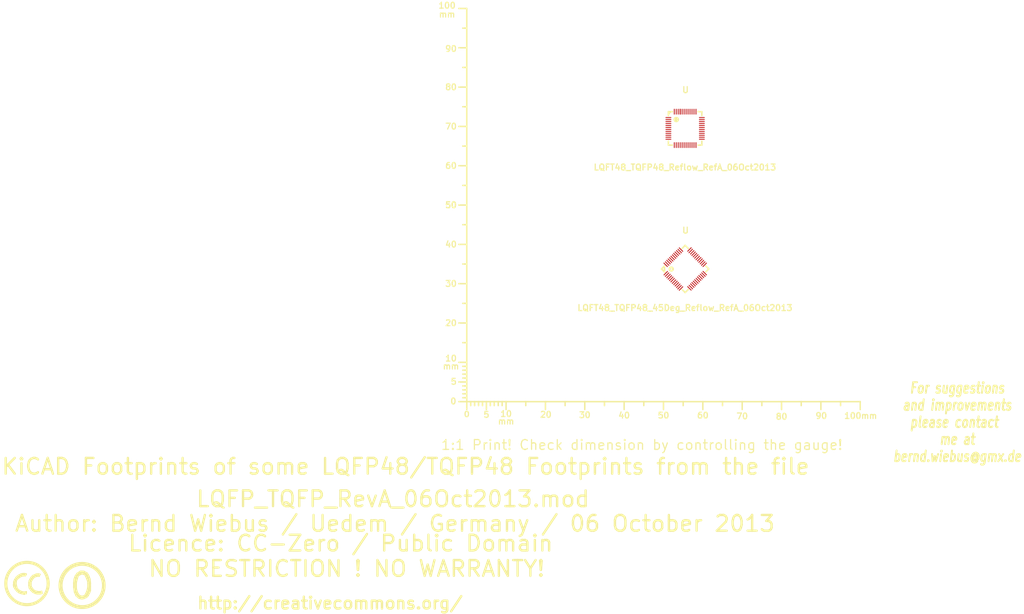
<source format=kicad_pcb>
(kicad_pcb (version 3) (host pcbnew "(2013-03-30 BZR 4007)-stable")

  (general
    (links 0)
    (no_connects 0)
    (area -16.90696 40.805099 274.02378 197.1694)
    (thickness 1.6002)
    (drawings 7)
    (tracks 0)
    (zones 0)
    (modules 5)
    (nets 1)
  )

  (page A4)
  (layers
    (15 Vorderseite signal)
    (0 Rückseite signal)
    (16 B.Adhes user)
    (17 F.Adhes user)
    (18 B.Paste user)
    (19 F.Paste user)
    (20 B.SilkS user)
    (21 F.SilkS user)
    (22 B.Mask user)
    (23 F.Mask user)
    (24 Dwgs.User user)
    (25 Cmts.User user)
    (26 Eco1.User user)
    (27 Eco2.User user)
    (28 Edge.Cuts user)
  )

  (setup
    (last_trace_width 0.2032)
    (trace_clearance 0.254)
    (zone_clearance 0.508)
    (zone_45_only no)
    (trace_min 0.2032)
    (segment_width 0.381)
    (edge_width 0.381)
    (via_size 0.889)
    (via_drill 0.635)
    (via_min_size 0.889)
    (via_min_drill 0.508)
    (uvia_size 0.508)
    (uvia_drill 0.127)
    (uvias_allowed no)
    (uvia_min_size 0.508)
    (uvia_min_drill 0.127)
    (pcb_text_width 0.3048)
    (pcb_text_size 1.524 2.032)
    (mod_edge_width 0.381)
    (mod_text_size 1.524 1.524)
    (mod_text_width 0.3048)
    (pad_size 1.524 1.524)
    (pad_drill 0.8128)
    (pad_to_mask_clearance 0.254)
    (aux_axis_origin 0 0)
    (visible_elements 7FFFFFFF)
    (pcbplotparams
      (layerselection 3178497)
      (usegerberextensions true)
      (excludeedgelayer true)
      (linewidth 60)
      (plotframeref false)
      (viasonmask false)
      (mode 1)
      (useauxorigin false)
      (hpglpennumber 1)
      (hpglpenspeed 20)
      (hpglpendiameter 15)
      (hpglpenoverlay 0)
      (psnegative false)
      (psa4output false)
      (plotreference true)
      (plotvalue true)
      (plotothertext true)
      (plotinvisibletext false)
      (padsonsilk false)
      (subtractmaskfromsilk false)
      (outputformat 1)
      (mirror false)
      (drillshape 1)
      (scaleselection 1)
      (outputdirectory ""))
  )

  (net 0 "")

  (net_class Default "Dies ist die voreingestellte Netzklasse."
    (clearance 0.254)
    (trace_width 0.2032)
    (via_dia 0.889)
    (via_drill 0.635)
    (uvia_dia 0.508)
    (uvia_drill 0.127)
    (add_net "")
  )

  (module Gauge_100mm_Type2_SilkScreenTop_RevA_Date22Jun2010 (layer Vorderseite) (tedit 4D963937) (tstamp 4D88F07A)
    (at 132.75056 141.2494)
    (descr "Gauge, Massstab, 100mm, SilkScreenTop, Type 2,")
    (tags "Gauge, Massstab, 100mm, SilkScreenTop, Type 2,")
    (path Gauge_100mm_Type2_SilkScreenTop_RevA_Date22Jun2010)
    (fp_text reference MSC (at 4.0005 8.99922) (layer F.SilkS) hide
      (effects (font (size 1.524 1.524) (thickness 0.3048)))
    )
    (fp_text value Gauge_100mm_Type2_SilkScreenTop_RevA_Date22Jun2010 (at 45.9994 8.99922) (layer F.SilkS) hide
      (effects (font (size 1.524 1.524) (thickness 0.3048)))
    )
    (fp_text user mm (at 9.99998 5.00126) (layer F.SilkS)
      (effects (font (size 1.524 1.524) (thickness 0.3048)))
    )
    (fp_text user mm (at -4.0005 -8.99922) (layer F.SilkS)
      (effects (font (size 1.524 1.524) (thickness 0.3048)))
    )
    (fp_text user mm (at -5.00126 -98.5012) (layer F.SilkS)
      (effects (font (size 1.524 1.524) (thickness 0.3048)))
    )
    (fp_text user 10 (at 10.00506 3.0988) (layer F.SilkS)
      (effects (font (size 1.50114 1.50114) (thickness 0.29972)))
    )
    (fp_text user 0 (at 0.00508 3.19786) (layer F.SilkS)
      (effects (font (size 1.39954 1.50114) (thickness 0.29972)))
    )
    (fp_text user 5 (at 5.0038 3.29946) (layer F.SilkS)
      (effects (font (size 1.50114 1.50114) (thickness 0.29972)))
    )
    (fp_text user 20 (at 20.1041 3.29946) (layer F.SilkS)
      (effects (font (size 1.50114 1.50114) (thickness 0.29972)))
    )
    (fp_text user 30 (at 30.00502 3.39852) (layer F.SilkS)
      (effects (font (size 1.50114 1.50114) (thickness 0.29972)))
    )
    (fp_text user 40 (at 40.005 3.50012) (layer F.SilkS)
      (effects (font (size 1.50114 1.50114) (thickness 0.29972)))
    )
    (fp_text user 50 (at 50.00498 3.50012) (layer F.SilkS)
      (effects (font (size 1.50114 1.50114) (thickness 0.29972)))
    )
    (fp_text user 60 (at 60.00496 3.50012) (layer F.SilkS)
      (effects (font (size 1.50114 1.50114) (thickness 0.29972)))
    )
    (fp_text user 70 (at 70.00494 3.70078) (layer F.SilkS)
      (effects (font (size 1.50114 1.50114) (thickness 0.29972)))
    )
    (fp_text user 80 (at 80.00492 3.79984) (layer F.SilkS)
      (effects (font (size 1.50114 1.50114) (thickness 0.29972)))
    )
    (fp_text user 90 (at 90.1065 3.60172) (layer F.SilkS)
      (effects (font (size 1.50114 1.50114) (thickness 0.29972)))
    )
    (fp_text user 100mm (at 100.10648 3.60172) (layer F.SilkS)
      (effects (font (size 1.50114 1.50114) (thickness 0.29972)))
    )
    (fp_line (start 0 -8.99922) (end -1.00076 -8.99922) (layer F.SilkS) (width 0.381))
    (fp_line (start 0 -8.001) (end -1.00076 -8.001) (layer F.SilkS) (width 0.381))
    (fp_line (start 0 -7.00024) (end -1.00076 -7.00024) (layer F.SilkS) (width 0.381))
    (fp_line (start 0 -5.99948) (end -1.00076 -5.99948) (layer F.SilkS) (width 0.381))
    (fp_line (start 0 -4.0005) (end -1.00076 -4.0005) (layer F.SilkS) (width 0.381))
    (fp_line (start 0 -2.99974) (end -1.00076 -2.99974) (layer F.SilkS) (width 0.381))
    (fp_line (start 0 -1.99898) (end -1.00076 -1.99898) (layer F.SilkS) (width 0.381))
    (fp_line (start 0 -1.00076) (end -1.00076 -1.00076) (layer F.SilkS) (width 0.381))
    (fp_line (start 0 0) (end -1.99898 0) (layer F.SilkS) (width 0.381))
    (fp_line (start 0 -5.00126) (end -1.99898 -5.00126) (layer F.SilkS) (width 0.381))
    (fp_line (start 0 -9.99998) (end -1.99898 -9.99998) (layer F.SilkS) (width 0.381))
    (fp_line (start 0 -15.00124) (end -1.00076 -15.00124) (layer F.SilkS) (width 0.381))
    (fp_line (start 0 -19.99996) (end -1.99898 -19.99996) (layer F.SilkS) (width 0.381))
    (fp_line (start 0 -25.00122) (end -1.00076 -25.00122) (layer F.SilkS) (width 0.381))
    (fp_line (start 0 -29.99994) (end -1.99898 -29.99994) (layer F.SilkS) (width 0.381))
    (fp_line (start 0 -35.0012) (end -1.00076 -35.0012) (layer F.SilkS) (width 0.381))
    (fp_line (start 0 -39.99992) (end -1.99898 -39.99992) (layer F.SilkS) (width 0.381))
    (fp_line (start 0 -45.00118) (end -1.00076 -45.00118) (layer F.SilkS) (width 0.381))
    (fp_line (start 0 -49.9999) (end -1.99898 -49.9999) (layer F.SilkS) (width 0.381))
    (fp_line (start 0 -55.00116) (end -1.00076 -55.00116) (layer F.SilkS) (width 0.381))
    (fp_line (start 0 -59.99988) (end -1.99898 -59.99988) (layer F.SilkS) (width 0.381))
    (fp_line (start 0 -65.00114) (end -1.00076 -65.00114) (layer F.SilkS) (width 0.381))
    (fp_line (start 0 -69.99986) (end -1.99898 -69.99986) (layer F.SilkS) (width 0.381))
    (fp_line (start 0 -75.00112) (end -1.00076 -75.00112) (layer F.SilkS) (width 0.381))
    (fp_line (start 0 -79.99984) (end -1.99898 -79.99984) (layer F.SilkS) (width 0.381))
    (fp_line (start 0 -85.0011) (end -1.00076 -85.0011) (layer F.SilkS) (width 0.381))
    (fp_line (start 0 -89.99982) (end -1.99898 -89.99982) (layer F.SilkS) (width 0.381))
    (fp_line (start 0 -95.00108) (end -1.00076 -95.00108) (layer F.SilkS) (width 0.381))
    (fp_line (start 0 0) (end 0 -99.9998) (layer F.SilkS) (width 0.381))
    (fp_line (start 0 -99.9998) (end -1.99898 -99.9998) (layer F.SilkS) (width 0.381))
    (fp_text user 100 (at -4.99872 -100.7491) (layer F.SilkS)
      (effects (font (size 1.50114 1.50114) (thickness 0.29972)))
    )
    (fp_text user 90 (at -4.0005 -89.7509) (layer F.SilkS)
      (effects (font (size 1.50114 1.50114) (thickness 0.29972)))
    )
    (fp_text user 80 (at -4.0005 -79.99984) (layer F.SilkS)
      (effects (font (size 1.50114 1.50114) (thickness 0.29972)))
    )
    (fp_text user 70 (at -4.0005 -69.99986) (layer F.SilkS)
      (effects (font (size 1.50114 1.50114) (thickness 0.29972)))
    )
    (fp_text user 60 (at -4.0005 -59.99988) (layer F.SilkS)
      (effects (font (size 1.50114 1.50114) (thickness 0.29972)))
    )
    (fp_text user 50 (at -4.0005 -49.9999) (layer F.SilkS)
      (effects (font (size 1.50114 1.50114) (thickness 0.34036)))
    )
    (fp_text user 40 (at -4.0005 -39.99992) (layer F.SilkS)
      (effects (font (size 1.50114 1.50114) (thickness 0.29972)))
    )
    (fp_text user 30 (at -4.0005 -29.99994) (layer F.SilkS)
      (effects (font (size 1.50114 1.50114) (thickness 0.29972)))
    )
    (fp_text user 20 (at -4.0005 -19.99996) (layer F.SilkS)
      (effects (font (size 1.50114 1.50114) (thickness 0.29972)))
    )
    (fp_line (start 95.00108 0) (end 95.00108 1.00076) (layer F.SilkS) (width 0.381))
    (fp_line (start 89.99982 0) (end 89.99982 1.99898) (layer F.SilkS) (width 0.381))
    (fp_line (start 85.0011 0) (end 85.0011 1.00076) (layer F.SilkS) (width 0.381))
    (fp_line (start 79.99984 0) (end 79.99984 1.99898) (layer F.SilkS) (width 0.381))
    (fp_line (start 75.00112 0) (end 75.00112 1.00076) (layer F.SilkS) (width 0.381))
    (fp_line (start 69.99986 0) (end 69.99986 1.99898) (layer F.SilkS) (width 0.381))
    (fp_line (start 65.00114 0) (end 65.00114 1.00076) (layer F.SilkS) (width 0.381))
    (fp_line (start 59.99988 0) (end 59.99988 1.99898) (layer F.SilkS) (width 0.381))
    (fp_line (start 55.00116 0) (end 55.00116 1.00076) (layer F.SilkS) (width 0.381))
    (fp_line (start 49.9999 0) (end 49.9999 1.99898) (layer F.SilkS) (width 0.381))
    (fp_line (start 45.00118 0) (end 45.00118 1.00076) (layer F.SilkS) (width 0.381))
    (fp_line (start 39.99992 0) (end 39.99992 1.99898) (layer F.SilkS) (width 0.381))
    (fp_line (start 35.0012 0) (end 35.0012 1.00076) (layer F.SilkS) (width 0.381))
    (fp_line (start 29.99994 0) (end 29.99994 1.99898) (layer F.SilkS) (width 0.381))
    (fp_line (start 25.00122 0) (end 25.00122 1.00076) (layer F.SilkS) (width 0.381))
    (fp_line (start 19.99996 0) (end 19.99996 1.99898) (layer F.SilkS) (width 0.381))
    (fp_line (start 15.00124 0) (end 15.00124 1.00076) (layer F.SilkS) (width 0.381))
    (fp_line (start 9.99998 0) (end 99.9998 0) (layer F.SilkS) (width 0.381))
    (fp_line (start 99.9998 0) (end 99.9998 1.99898) (layer F.SilkS) (width 0.381))
    (fp_text user 5 (at -3.302 -5.10286) (layer F.SilkS)
      (effects (font (size 1.50114 1.50114) (thickness 0.29972)))
    )
    (fp_text user 0 (at -3.4036 -0.10414) (layer F.SilkS)
      (effects (font (size 1.50114 1.50114) (thickness 0.29972)))
    )
    (fp_text user 10 (at -4.0005 -11.00074) (layer F.SilkS)
      (effects (font (size 1.50114 1.50114) (thickness 0.29972)))
    )
    (fp_line (start 8.99922 0) (end 8.99922 1.00076) (layer F.SilkS) (width 0.381))
    (fp_line (start 8.001 0) (end 8.001 1.00076) (layer F.SilkS) (width 0.381))
    (fp_line (start 7.00024 0) (end 7.00024 1.00076) (layer F.SilkS) (width 0.381))
    (fp_line (start 5.99948 0) (end 5.99948 1.00076) (layer F.SilkS) (width 0.381))
    (fp_line (start 4.0005 0) (end 4.0005 1.00076) (layer F.SilkS) (width 0.381))
    (fp_line (start 2.99974 0) (end 2.99974 1.00076) (layer F.SilkS) (width 0.381))
    (fp_line (start 1.99898 0) (end 1.99898 1.00076) (layer F.SilkS) (width 0.381))
    (fp_line (start 1.00076 0) (end 1.00076 1.00076) (layer F.SilkS) (width 0.381))
    (fp_line (start 5.00126 0) (end 5.00126 1.99898) (layer F.SilkS) (width 0.381))
    (fp_line (start 0 0) (end 0 1.99898) (layer F.SilkS) (width 0.381))
    (fp_line (start 0 0) (end 9.99998 0) (layer F.SilkS) (width 0.381))
    (fp_line (start 9.99998 0) (end 9.99998 1.99898) (layer F.SilkS) (width 0.381))
  )

  (module Symbol_CC-PublicDomain_SilkScreenTop_Big (layer Vorderseite) (tedit 515D641F) (tstamp 515F0B64)
    (at 35 188)
    (descr "Symbol, CC-PublicDomain, SilkScreen Top, Big,")
    (tags "Symbol, CC-PublicDomain, SilkScreen Top, Big,")
    (path Symbol_CC-Noncommercial_CopperTop_Big)
    (fp_text reference Sym (at 0.59944 -7.29996) (layer F.SilkS) hide
      (effects (font (size 1.524 1.524) (thickness 0.3048)))
    )
    (fp_text value Symbol_CC-PublicDomain_SilkScreenTop_Big (at 0.59944 8.001) (layer F.SilkS) hide
      (effects (font (size 1.524 1.524) (thickness 0.3048)))
    )
    (fp_circle (center 0 0) (end 5.8 -0.05) (layer F.SilkS) (width 0.381))
    (fp_circle (center 0 0) (end 5.5 0) (layer F.SilkS) (width 0.381))
    (fp_circle (center 0.05 0) (end 5.25 0) (layer F.SilkS) (width 0.381))
    (fp_line (start 1.1 -2.5) (end 1.4 -1.9) (layer F.SilkS) (width 0.381))
    (fp_line (start -1.8 1.2) (end -1.6 1.9) (layer F.SilkS) (width 0.381))
    (fp_line (start -1.6 1.9) (end -1.2 2.5) (layer F.SilkS) (width 0.381))
    (fp_line (start 0 -3) (end 0.75 -2.75) (layer F.SilkS) (width 0.381))
    (fp_line (start 0.75 -2.75) (end 1 -2.25) (layer F.SilkS) (width 0.381))
    (fp_line (start 1 -2.25) (end 1.5 -1) (layer F.SilkS) (width 0.381))
    (fp_line (start 1.5 -1) (end 1.5 -0.5) (layer F.SilkS) (width 0.381))
    (fp_line (start 1.5 -0.5) (end 1.5 0.5) (layer F.SilkS) (width 0.381))
    (fp_line (start 1.5 0.5) (end 1.25 1.5) (layer F.SilkS) (width 0.381))
    (fp_line (start 1.25 1.5) (end 0.75 2.5) (layer F.SilkS) (width 0.381))
    (fp_line (start 0.75 2.5) (end 0.25 2.75) (layer F.SilkS) (width 0.381))
    (fp_line (start 0.25 2.75) (end -0.25 2.75) (layer F.SilkS) (width 0.381))
    (fp_line (start -0.25 2.75) (end -0.75 2.5) (layer F.SilkS) (width 0.381))
    (fp_line (start -0.75 2.5) (end -1.25 1.75) (layer F.SilkS) (width 0.381))
    (fp_line (start -1.25 1.75) (end -1.5 0.75) (layer F.SilkS) (width 0.381))
    (fp_line (start -1.5 0.75) (end -1.5 -0.75) (layer F.SilkS) (width 0.381))
    (fp_line (start -1.5 -0.75) (end -1.25 -1.75) (layer F.SilkS) (width 0.381))
    (fp_line (start -1.25 -1.75) (end -1 -2.5) (layer F.SilkS) (width 0.381))
    (fp_line (start -1 -2.5) (end -0.3 -2.9) (layer F.SilkS) (width 0.381))
    (fp_line (start -0.3 -2.9) (end 0.2 -3) (layer F.SilkS) (width 0.381))
    (fp_line (start 0.2 -3) (end 0.8 -3) (layer F.SilkS) (width 0.381))
    (fp_line (start 0.8 -3) (end 1.4 -2.3) (layer F.SilkS) (width 0.381))
    (fp_line (start 1.4 -2.3) (end 1.6 -1.4) (layer F.SilkS) (width 0.381))
    (fp_line (start 1.6 -1.4) (end 1.7 -0.3) (layer F.SilkS) (width 0.381))
    (fp_line (start 1.7 -0.3) (end 1.7 0.9) (layer F.SilkS) (width 0.381))
    (fp_line (start 1.7 0.9) (end 1.4 1.8) (layer F.SilkS) (width 0.381))
    (fp_line (start 1.4 1.8) (end 1 2.7) (layer F.SilkS) (width 0.381))
    (fp_line (start 1 2.7) (end 0.5 3) (layer F.SilkS) (width 0.381))
    (fp_line (start 0.5 3) (end -0.4 3) (layer F.SilkS) (width 0.381))
    (fp_line (start -0.4 3) (end -1.3 2.3) (layer F.SilkS) (width 0.381))
    (fp_line (start -1.3 2.3) (end -1.7 1) (layer F.SilkS) (width 0.381))
    (fp_line (start -1.7 1) (end -1.8 -0.7) (layer F.SilkS) (width 0.381))
    (fp_line (start -1.8 -0.7) (end -1.4 -2.2) (layer F.SilkS) (width 0.381))
    (fp_line (start -1.4 -2.2) (end -1 -2.9) (layer F.SilkS) (width 0.381))
    (fp_line (start -1 -2.9) (end -0.2 -3.3) (layer F.SilkS) (width 0.381))
    (fp_line (start -0.2 -3.3) (end 0.7 -3.2) (layer F.SilkS) (width 0.381))
    (fp_line (start 0.7 -3.2) (end 1.3 -3.1) (layer F.SilkS) (width 0.381))
    (fp_line (start 1.3 -3.1) (end 1.7 -2.4) (layer F.SilkS) (width 0.381))
    (fp_line (start 1.7 -2.4) (end 2 -1.6) (layer F.SilkS) (width 0.381))
    (fp_line (start 2 -1.6) (end 2.1 -0.6) (layer F.SilkS) (width 0.381))
    (fp_line (start 2.1 -0.6) (end 2.1 0.3) (layer F.SilkS) (width 0.381))
    (fp_line (start 2.1 0.3) (end 2.1 1.3) (layer F.SilkS) (width 0.381))
    (fp_line (start 2.1 1.3) (end 1.9 1.8) (layer F.SilkS) (width 0.381))
    (fp_line (start 1.9 1.8) (end 1.5 2.6) (layer F.SilkS) (width 0.381))
    (fp_line (start 1.5 2.6) (end 1.1 3) (layer F.SilkS) (width 0.381))
    (fp_line (start 1.1 3) (end 0.4 3.3) (layer F.SilkS) (width 0.381))
    (fp_line (start 0.4 3.3) (end -0.1 3.4) (layer F.SilkS) (width 0.381))
    (fp_line (start -0.1 3.4) (end -0.8 3.2) (layer F.SilkS) (width 0.381))
    (fp_line (start -0.8 3.2) (end -1.5 2.6) (layer F.SilkS) (width 0.381))
    (fp_line (start -1.5 2.6) (end -1.9 1.7) (layer F.SilkS) (width 0.381))
    (fp_line (start -1.9 1.7) (end -2.1 0.4) (layer F.SilkS) (width 0.381))
    (fp_line (start -2.1 0.4) (end -2.1 -0.6) (layer F.SilkS) (width 0.381))
    (fp_line (start -2.1 -0.6) (end -2 -1.6) (layer F.SilkS) (width 0.381))
    (fp_line (start -2 -1.6) (end -1.7 -2.4) (layer F.SilkS) (width 0.381))
    (fp_line (start -1.7 -2.4) (end -1.2 -3.1) (layer F.SilkS) (width 0.381))
    (fp_line (start -1.2 -3.1) (end -0.4 -3.6) (layer F.SilkS) (width 0.381))
    (fp_line (start -0.4 -3.6) (end 0.4 -3.6) (layer F.SilkS) (width 0.381))
    (fp_line (start 0.4 -3.6) (end 1.1 -3.2) (layer F.SilkS) (width 0.381))
    (fp_line (start 1.1 -3.2) (end 1.1 -2.9) (layer F.SilkS) (width 0.381))
    (fp_line (start 1.1 -2.9) (end 1.8 -1.5) (layer F.SilkS) (width 0.381))
    (fp_line (start 1.8 -1.5) (end 1.8 -0.4) (layer F.SilkS) (width 0.381))
    (fp_line (start 1.8 -0.4) (end 1.8 1.1) (layer F.SilkS) (width 0.381))
    (fp_line (start 1.8 1.1) (end 1.2 2.6) (layer F.SilkS) (width 0.381))
    (fp_line (start 1.2 2.6) (end 0.2 3.2) (layer F.SilkS) (width 0.381))
    (fp_line (start 0.2 3.2) (end -0.5 3.2) (layer F.SilkS) (width 0.381))
    (fp_line (start -0.5 3.2) (end -1.1 2.7) (layer F.SilkS) (width 0.381))
    (fp_line (start -1.1 2.7) (end -1.9 0.6) (layer F.SilkS) (width 0.381))
    (fp_line (start -1.9 0.6) (end -1.7 -1.9) (layer F.SilkS) (width 0.381))
  )

  (module Symbol_CreativeCommons_SilkScreenTop_Type2_Big (layer Vorderseite) (tedit 515D640C) (tstamp 515F46B2)
    (at 21 187.5)
    (descr "Symbol, Creative Commons, SilkScreen Top, Type 2, Big,")
    (tags "Symbol, Creative Commons, SilkScreen Top, Type 2, Big,")
    (path Symbol_CreativeCommons_CopperTop_Type2_Big)
    (fp_text reference Sym (at 0.59944 -7.29996) (layer F.SilkS) hide
      (effects (font (size 1.524 1.524) (thickness 0.3048)))
    )
    (fp_text value Symbol_CreativeCommons_Typ2_SilkScreenTop_Big (at 0.59944 8.001) (layer F.SilkS) hide
      (effects (font (size 1.524 1.524) (thickness 0.3048)))
    )
    (fp_line (start -0.70104 2.70002) (end -0.29972 2.60096) (layer F.SilkS) (width 0.381))
    (fp_line (start -0.29972 2.60096) (end -0.20066 2.10058) (layer F.SilkS) (width 0.381))
    (fp_line (start -2.49936 -1.69926) (end -2.70002 -1.6002) (layer F.SilkS) (width 0.381))
    (fp_line (start -2.70002 -1.6002) (end -3.0988 -1.00076) (layer F.SilkS) (width 0.381))
    (fp_line (start -3.0988 -1.00076) (end -3.29946 -0.50038) (layer F.SilkS) (width 0.381))
    (fp_line (start -3.29946 -0.50038) (end -3.40106 0.39878) (layer F.SilkS) (width 0.381))
    (fp_line (start -3.40106 0.39878) (end -3.29946 0.89916) (layer F.SilkS) (width 0.381))
    (fp_line (start -0.19812 2.4003) (end -0.29718 2.59842) (layer F.SilkS) (width 0.381))
    (fp_line (start 3.70078 2.10058) (end 3.79984 2.4003) (layer F.SilkS) (width 0.381))
    (fp_line (start 2.99974 -2.4003) (end 3.29946 -2.30124) (layer F.SilkS) (width 0.381))
    (fp_line (start 3.29946 -2.30124) (end 3.0988 -1.99898) (layer F.SilkS) (width 0.381))
    (fp_line (start 0 -5.40004) (end -0.50038 -5.40004) (layer F.SilkS) (width 0.381))
    (fp_line (start -0.50038 -5.40004) (end -1.30048 -5.10032) (layer F.SilkS) (width 0.381))
    (fp_line (start -1.30048 -5.10032) (end -1.99898 -4.89966) (layer F.SilkS) (width 0.381))
    (fp_line (start -1.99898 -4.89966) (end -2.70002 -4.699) (layer F.SilkS) (width 0.381))
    (fp_line (start -2.70002 -4.699) (end -3.29946 -4.20116) (layer F.SilkS) (width 0.381))
    (fp_line (start -3.29946 -4.20116) (end -4.0005 -3.59918) (layer F.SilkS) (width 0.381))
    (fp_line (start -4.0005 -3.59918) (end -4.50088 -2.99974) (layer F.SilkS) (width 0.381))
    (fp_line (start -4.50088 -2.99974) (end -5.00126 -2.10058) (layer F.SilkS) (width 0.381))
    (fp_line (start -5.00126 -2.10058) (end -5.30098 -1.09982) (layer F.SilkS) (width 0.381))
    (fp_line (start -5.30098 -1.09982) (end -5.40004 0.09906) (layer F.SilkS) (width 0.381))
    (fp_line (start -5.40004 0.09906) (end -5.19938 1.30048) (layer F.SilkS) (width 0.381))
    (fp_line (start -5.19938 1.30048) (end -4.8006 2.4003) (layer F.SilkS) (width 0.381))
    (fp_line (start -4.8006 2.4003) (end -3.79984 3.8989) (layer F.SilkS) (width 0.381))
    (fp_line (start -3.79984 3.8989) (end -2.60096 4.8006) (layer F.SilkS) (width 0.381))
    (fp_line (start -2.60096 4.8006) (end -1.30048 5.30098) (layer F.SilkS) (width 0.381))
    (fp_line (start -1.30048 5.30098) (end 0.09906 5.30098) (layer F.SilkS) (width 0.381))
    (fp_line (start 0.09906 5.30098) (end 1.6002 5.19938) (layer F.SilkS) (width 0.381))
    (fp_line (start 1.6002 5.19938) (end 2.60096 4.699) (layer F.SilkS) (width 0.381))
    (fp_line (start 2.60096 4.699) (end 4.20116 3.40106) (layer F.SilkS) (width 0.381))
    (fp_line (start 4.20116 3.40106) (end 5.00126 1.80086) (layer F.SilkS) (width 0.381))
    (fp_line (start 5.00126 1.80086) (end 5.40004 0.29972) (layer F.SilkS) (width 0.381))
    (fp_line (start 5.40004 0.29972) (end 5.19938 -1.39954) (layer F.SilkS) (width 0.381))
    (fp_line (start 5.19938 -1.39954) (end 4.699 -2.49936) (layer F.SilkS) (width 0.381))
    (fp_line (start 4.699 -2.49936) (end 3.40106 -4.09956) (layer F.SilkS) (width 0.381))
    (fp_line (start 3.40106 -4.09956) (end 2.4003 -4.8006) (layer F.SilkS) (width 0.381))
    (fp_line (start 2.4003 -4.8006) (end 1.39954 -5.19938) (layer F.SilkS) (width 0.381))
    (fp_line (start 1.39954 -5.19938) (end 0 -5.30098) (layer F.SilkS) (width 0.381))
    (fp_line (start 0.60198 -0.70104) (end 0.50292 -0.20066) (layer F.SilkS) (width 0.381))
    (fp_line (start 0.50292 -0.20066) (end 0.50292 0.49784) (layer F.SilkS) (width 0.381))
    (fp_line (start 0.50292 0.49784) (end 0.60198 1.09982) (layer F.SilkS) (width 0.381))
    (fp_line (start 0.60198 1.09982) (end 1.00076 1.69926) (layer F.SilkS) (width 0.381))
    (fp_line (start 1.00076 1.69926) (end 1.50114 2.19964) (layer F.SilkS) (width 0.381))
    (fp_line (start 1.50114 2.19964) (end 2.10058 2.49936) (layer F.SilkS) (width 0.381))
    (fp_line (start 2.10058 2.49936) (end 2.60096 2.59842) (layer F.SilkS) (width 0.381))
    (fp_line (start 2.60096 2.59842) (end 3.00228 2.59842) (layer F.SilkS) (width 0.381))
    (fp_line (start 3.00228 2.59842) (end 3.40106 2.59842) (layer F.SilkS) (width 0.381))
    (fp_line (start 3.40106 2.59842) (end 3.80238 2.49936) (layer F.SilkS) (width 0.381))
    (fp_line (start 3.80238 2.49936) (end 3.70078 2.2987) (layer F.SilkS) (width 0.381))
    (fp_line (start 3.70078 2.2987) (end 2.80162 2.4003) (layer F.SilkS) (width 0.381))
    (fp_line (start 2.80162 2.4003) (end 1.80086 2.09804) (layer F.SilkS) (width 0.381))
    (fp_line (start 1.80086 2.09804) (end 1.20142 1.6002) (layer F.SilkS) (width 0.381))
    (fp_line (start 1.20142 1.6002) (end 0.80264 0.6985) (layer F.SilkS) (width 0.381))
    (fp_line (start 0.80264 0.6985) (end 0.70104 -0.29972) (layer F.SilkS) (width 0.381))
    (fp_line (start 0.70104 -0.29972) (end 1.00076 -1.00076) (layer F.SilkS) (width 0.381))
    (fp_line (start 1.00076 -1.00076) (end 1.60274 -1.7018) (layer F.SilkS) (width 0.381))
    (fp_line (start 1.60274 -1.7018) (end 2.30124 -2.10058) (layer F.SilkS) (width 0.381))
    (fp_line (start 2.30124 -2.10058) (end 3.00228 -2.10058) (layer F.SilkS) (width 0.381))
    (fp_line (start 3.00228 -2.10058) (end 3.10134 -1.89992) (layer F.SilkS) (width 0.381))
    (fp_line (start 3.10134 -1.89992) (end 2.5019 -1.89992) (layer F.SilkS) (width 0.381))
    (fp_line (start 2.5019 -1.89992) (end 1.80086 -1.6002) (layer F.SilkS) (width 0.381))
    (fp_line (start 1.80086 -1.6002) (end 1.30048 -1.00076) (layer F.SilkS) (width 0.381))
    (fp_line (start 1.30048 -1.00076) (end 1.00076 -0.40132) (layer F.SilkS) (width 0.381))
    (fp_line (start 1.00076 -0.40132) (end 1.00076 0.09906) (layer F.SilkS) (width 0.381))
    (fp_line (start 1.00076 0.09906) (end 1.00076 0.6985) (layer F.SilkS) (width 0.381))
    (fp_line (start 1.00076 0.6985) (end 1.30048 1.19888) (layer F.SilkS) (width 0.381))
    (fp_line (start 1.30048 1.19888) (end 1.7018 1.69926) (layer F.SilkS) (width 0.381))
    (fp_line (start 1.7018 1.69926) (end 2.30124 1.99898) (layer F.SilkS) (width 0.381))
    (fp_line (start 2.30124 1.99898) (end 2.90068 2.09804) (layer F.SilkS) (width 0.381))
    (fp_line (start 2.90068 2.09804) (end 3.40106 2.09804) (layer F.SilkS) (width 0.381))
    (fp_line (start 3.40106 2.09804) (end 3.70078 1.99898) (layer F.SilkS) (width 0.381))
    (fp_line (start 3.00228 -2.4003) (end 2.40284 -2.4003) (layer F.SilkS) (width 0.381))
    (fp_line (start 2.40284 -2.4003) (end 2.00152 -2.20218) (layer F.SilkS) (width 0.381))
    (fp_line (start 2.00152 -2.20218) (end 1.50114 -2.00152) (layer F.SilkS) (width 0.381))
    (fp_line (start 1.50114 -2.00152) (end 1.10236 -1.6002) (layer F.SilkS) (width 0.381))
    (fp_line (start 1.10236 -1.6002) (end 0.80264 -1.09982) (layer F.SilkS) (width 0.381))
    (fp_line (start 0.80264 -1.09982) (end 0.60198 -0.70104) (layer F.SilkS) (width 0.381))
    (fp_line (start -0.39878 -1.99898) (end -0.89916 -1.99898) (layer F.SilkS) (width 0.381))
    (fp_line (start -0.89916 -1.99898) (end -1.39954 -1.89738) (layer F.SilkS) (width 0.381))
    (fp_line (start -1.39954 -1.89738) (end -1.89992 -1.59766) (layer F.SilkS) (width 0.381))
    (fp_line (start -1.89992 -1.59766) (end -2.4003 -1.19888) (layer F.SilkS) (width 0.381))
    (fp_line (start -2.4003 -1.30048) (end -2.70002 -0.8001) (layer F.SilkS) (width 0.381))
    (fp_line (start -2.70002 -0.8001) (end -2.79908 -0.29972) (layer F.SilkS) (width 0.381))
    (fp_line (start -2.79908 -0.29972) (end -2.79908 0.20066) (layer F.SilkS) (width 0.381))
    (fp_line (start -2.79908 0.20066) (end -2.59842 1.00076) (layer F.SilkS) (width 0.381))
    (fp_line (start -2.69748 1.00076) (end -2.39776 1.39954) (layer F.SilkS) (width 0.381))
    (fp_line (start -2.29616 1.4986) (end -1.79578 1.89992) (layer F.SilkS) (width 0.381))
    (fp_line (start -1.79578 1.89992) (end -1.29794 2.09804) (layer F.SilkS) (width 0.381))
    (fp_line (start -1.29794 2.09804) (end -0.89662 2.19964) (layer F.SilkS) (width 0.381))
    (fp_line (start -0.89662 2.19964) (end -0.49784 2.19964) (layer F.SilkS) (width 0.381))
    (fp_line (start -0.49784 2.19964) (end -0.19812 2.09804) (layer F.SilkS) (width 0.381))
    (fp_line (start -0.19812 2.09804) (end -0.29718 2.4003) (layer F.SilkS) (width 0.381))
    (fp_line (start -0.29718 2.4003) (end -0.89662 2.49936) (layer F.SilkS) (width 0.381))
    (fp_line (start -0.89662 2.49936) (end -1.59766 2.2987) (layer F.SilkS) (width 0.381))
    (fp_line (start -1.59766 2.2987) (end -2.29616 1.79832) (layer F.SilkS) (width 0.381))
    (fp_line (start -2.29616 1.79832) (end -2.79654 1.29794) (layer F.SilkS) (width 0.381))
    (fp_line (start -2.79908 1.39954) (end -2.99974 0.70104) (layer F.SilkS) (width 0.381))
    (fp_line (start -2.99974 0.70104) (end -3.0988 0) (layer F.SilkS) (width 0.381))
    (fp_line (start -3.0988 0) (end -2.99974 -0.59944) (layer F.SilkS) (width 0.381))
    (fp_line (start -2.99974 -0.8001) (end -2.70002 -1.30048) (layer F.SilkS) (width 0.381))
    (fp_line (start -2.70002 -1.09982) (end -2.19964 -1.6002) (layer F.SilkS) (width 0.381))
    (fp_line (start -2.19964 -1.69926) (end -1.69926 -1.99898) (layer F.SilkS) (width 0.381))
    (fp_line (start -1.69926 -1.99898) (end -1.19888 -2.19964) (layer F.SilkS) (width 0.381))
    (fp_line (start -1.19888 -2.19964) (end -0.6985 -2.19964) (layer F.SilkS) (width 0.381))
    (fp_line (start -0.6985 -2.19964) (end -0.29972 -2.19964) (layer F.SilkS) (width 0.381))
    (fp_line (start -0.29972 -2.19964) (end -0.20066 -2.39776) (layer F.SilkS) (width 0.381))
    (fp_line (start -0.20066 -2.39776) (end -0.59944 -2.49936) (layer F.SilkS) (width 0.381))
    (fp_line (start -0.59944 -2.49936) (end -1.00076 -2.49936) (layer F.SilkS) (width 0.381))
    (fp_line (start -1.00076 -2.49936) (end -1.4986 -2.39776) (layer F.SilkS) (width 0.381))
    (fp_line (start -1.4986 -2.39776) (end -2.10058 -2.09804) (layer F.SilkS) (width 0.381))
    (fp_line (start -2.10058 -2.09804) (end -2.59842 -1.69926) (layer F.SilkS) (width 0.381))
    (fp_line (start -2.59842 -1.6002) (end -3.0988 -0.89916) (layer F.SilkS) (width 0.381))
    (fp_line (start -3.0988 -0.89916) (end -3.29946 -0.29972) (layer F.SilkS) (width 0.381))
    (fp_line (start -3.29946 -0.29972) (end -3.29946 0.40132) (layer F.SilkS) (width 0.381))
    (fp_line (start -3.29946 0.40132) (end -3.2004 1.00076) (layer F.SilkS) (width 0.381))
    (fp_line (start -3.29946 0.8001) (end -2.99974 1.39954) (layer F.SilkS) (width 0.381))
    (fp_line (start -2.89814 1.4986) (end -2.49682 1.99898) (layer F.SilkS) (width 0.381))
    (fp_line (start -2.49682 1.99898) (end -1.89738 2.4003) (layer F.SilkS) (width 0.381))
    (fp_line (start -1.89738 2.4003) (end -1.19634 2.59842) (layer F.SilkS) (width 0.381))
    (fp_line (start -1.19634 2.59842) (end -0.69596 2.70002) (layer F.SilkS) (width 0.381))
    (fp_line (start -2.9972 1.19888) (end -2.59842 1.19888) (layer F.SilkS) (width 0.381))
    (fp_circle (center 0 0) (end 5.08 1.016) (layer F.SilkS) (width 0.381))
    (fp_circle (center 0 0) (end 5.588 0) (layer F.SilkS) (width 0.381))
  )

  (module LQFT48_TQFP48_45Deg_Reflow_RefA_06Oct2013 (layer Vorderseite) (tedit 525276FC) (tstamp 52527ABF)
    (at 188.25 107.5)
    (fp_text reference U (at 0.1 -9.8) (layer F.SilkS)
      (effects (font (size 1.524 1.524) (thickness 0.3048)))
    )
    (fp_text value LQFT48_TQFP48_45Deg_Reflow_RefA_06Oct2013 (at -0.05 9.9) (layer F.SilkS)
      (effects (font (size 1.524 1.524) (thickness 0.3048)))
    )
    (fp_circle (center 0 0) (end 0.825 0.05) (layer F.Adhes) (width 0.381))
    (fp_circle (center 0 0) (end 0.5 0.025) (layer F.Adhes) (width 0.381))
    (fp_circle (center 0 0) (end 0.15 0) (layer F.Adhes) (width 0.381))
    (fp_line (start -7 -0.7) (end -7 0.7) (layer Cmts.User) (width 0.381))
    (fp_line (start 0 7.7) (end 7.7 0.025) (layer Cmts.User) (width 0.381))
    (fp_line (start 7.7 0.025) (end 0 -7.7) (layer Cmts.User) (width 0.381))
    (fp_line (start 0 -7.7) (end -7.7 0) (layer Cmts.User) (width 0.381))
    (fp_line (start -7.7 0) (end 0 7.7) (layer Cmts.User) (width 0.381))
    (fp_circle (center -3.525 0.025) (end -3.1 0.25) (layer F.SilkS) (width 0.381))
    (fp_circle (center -3.525 0.025) (end -3.35 0.1) (layer F.SilkS) (width 0.381))
    (fp_line (start -5.25 -0.725) (end -5.2 0.8) (layer F.SilkS) (width 0.381))
    (fp_line (start 0 6) (end 0.775 5.225) (layer F.SilkS) (width 0.381))
    (fp_line (start 0 6) (end -0.75 5.25) (layer F.SilkS) (width 0.381))
    (fp_line (start -6 0) (end -5.2 0.8) (layer F.SilkS) (width 0.381))
    (fp_line (start -6 0) (end -5.25 -0.75) (layer F.SilkS) (width 0.381))
    (fp_line (start 0 -6) (end 0.8 -5.2) (layer F.SilkS) (width 0.381))
    (fp_line (start 0 -6) (end -0.775 -5.2) (layer F.SilkS) (width 0.381))
    (fp_line (start 5.275 -0.725) (end 6 -0.025) (layer F.SilkS) (width 0.381))
    (fp_line (start 6 -0.025) (end 5.275 0.725) (layer F.SilkS) (width 0.381))
    (pad 13 smd oval (at 1.0875 4.9375 135) (size 1.5 0.254)
      (layers Vorderseite F.Paste F.Mask)
      (solder_mask_margin 0.05)
      (solder_paste_margin -0.05)
      (solder_paste_margin_ratio -0.5)
      (clearance 0.05)
    )
    (pad 18 smd oval (at 2.8625 3.1875 135) (size 1.5 0.254)
      (layers Vorderseite F.Paste F.Mask)
      (solder_mask_margin 0.05)
      (solder_paste_margin -0.05)
      (solder_paste_margin_ratio -0.5)
      (clearance 0.05)
    )
    (pad 17 smd oval (at 2.5125 3.5375 135) (size 1.5 0.254)
      (layers Vorderseite F.Paste F.Mask)
      (solder_mask_margin 0.05)
      (solder_paste_margin -0.05)
      (solder_paste_margin_ratio -0.5)
      (clearance 0.05)
    )
    (pad 16 smd oval (at 2.1625 3.8875 135) (size 1.5 0.254)
      (layers Vorderseite F.Paste F.Mask)
      (solder_mask_margin 0.05)
      (solder_paste_margin -0.05)
      (solder_paste_margin_ratio -0.5)
      (clearance 0.05)
    )
    (pad 15 smd oval (at 1.8125 4.2375 135) (size 1.5 0.254)
      (layers Vorderseite F.Paste F.Mask)
      (solder_mask_margin 0.05)
      (solder_paste_margin -0.05)
      (solder_paste_margin_ratio -0.5)
      (clearance 0.05)
    )
    (pad 14 smd oval (at 1.4625 4.6125 135) (size 1.5 0.254)
      (layers Vorderseite F.Paste F.Mask)
      (solder_mask_margin 0.05)
      (solder_paste_margin -0.05)
      (solder_paste_margin_ratio -0.5)
      (clearance 0.05)
    )
    (pad 19 smd oval (at 3.2375 2.8375 135) (size 1.5 0.254)
      (layers Vorderseite F.Paste F.Mask)
      (solder_mask_margin 0.05)
      (solder_paste_margin -0.05)
      (solder_paste_margin_ratio -0.5)
      (clearance 0.05)
    )
    (pad 20 smd oval (at 3.5625 2.4625 135) (size 1.5 0.254)
      (layers Vorderseite F.Paste F.Mask)
      (solder_mask_margin 0.05)
      (solder_paste_margin -0.05)
      (solder_paste_margin_ratio -0.5)
      (clearance 0.05)
    )
    (pad 21 smd oval (at 3.9125 2.1125 135) (size 1.5 0.254)
      (layers Vorderseite F.Paste F.Mask)
      (solder_mask_margin 0.05)
      (solder_paste_margin -0.05)
      (solder_paste_margin_ratio -0.5)
      (clearance 0.05)
    )
    (pad 22 smd oval (at 4.2875 1.7625 135) (size 1.5 0.254)
      (layers Vorderseite F.Paste F.Mask)
      (solder_mask_margin 0.05)
      (solder_paste_margin -0.05)
      (solder_paste_margin_ratio -0.5)
      (clearance 0.05)
    )
    (pad 23 smd oval (at 4.6625 1.4375 135) (size 1.5 0.254)
      (layers Vorderseite F.Paste F.Mask)
      (solder_mask_margin 0.05)
      (solder_paste_margin -0.05)
      (solder_paste_margin_ratio -0.5)
      (clearance 0.05)
    )
    (pad 24 smd oval (at 4.9875 1.0625 135) (size 1.5 0.254)
      (layers Vorderseite F.Paste F.Mask)
      (solder_mask_margin 0.05)
      (solder_paste_margin -0.05)
      (solder_paste_margin_ratio -0.5)
      (clearance 0.05)
    )
    (pad 37 smd oval (at -1.05 -4.925 135) (size 1.5 0.254)
      (layers Vorderseite F.Paste F.Mask)
      (solder_mask_margin 0.05)
      (solder_paste_margin -0.05)
      (solder_paste_margin_ratio -0.5)
      (clearance 0.05)
    )
    (pad 38 smd oval (at -1.375 -4.55 135) (size 1.5 0.254)
      (layers Vorderseite F.Paste F.Mask)
      (solder_mask_margin 0.05)
      (solder_paste_margin -0.05)
      (solder_paste_margin_ratio -0.5)
      (clearance 0.05)
    )
    (pad 39 smd oval (at -1.75 -4.225 135) (size 1.5 0.254)
      (layers Vorderseite F.Paste F.Mask)
      (solder_mask_margin 0.05)
      (solder_paste_margin -0.05)
      (solder_paste_margin_ratio -0.5)
      (clearance 0.05)
    )
    (pad 40 smd oval (at -2.125 -3.875 135) (size 1.5 0.254)
      (layers Vorderseite F.Paste F.Mask)
      (solder_mask_margin 0.05)
      (solder_paste_margin -0.05)
      (solder_paste_margin_ratio -0.5)
      (clearance 0.05)
    )
    (pad 41 smd oval (at -2.475 -3.525 135) (size 1.5 0.254)
      (layers Vorderseite F.Paste F.Mask)
      (solder_mask_margin 0.05)
      (solder_paste_margin -0.05)
      (solder_paste_margin_ratio -0.5)
      (clearance 0.05)
    )
    (pad 42 smd oval (at -2.8 -3.15 135) (size 1.5 0.254)
      (layers Vorderseite F.Paste F.Mask)
      (solder_mask_margin 0.05)
      (solder_paste_margin -0.05)
      (solder_paste_margin_ratio -0.5)
      (clearance 0.05)
    )
    (pad 47 smd oval (at -4.575 -1.375 135) (size 1.5 0.254)
      (layers Vorderseite F.Paste F.Mask)
      (solder_mask_margin 0.05)
      (solder_paste_margin -0.05)
      (solder_paste_margin_ratio -0.5)
      (clearance 0.05)
    )
    (pad 46 smd oval (at -4.225 -1.75 135) (size 1.5 0.254)
      (layers Vorderseite F.Paste F.Mask)
      (solder_mask_margin 0.05)
      (solder_paste_margin -0.05)
      (solder_paste_margin_ratio -0.5)
      (clearance 0.05)
    )
    (pad 45 smd oval (at -3.875 -2.1 135) (size 1.5 0.254)
      (layers Vorderseite F.Paste F.Mask)
      (solder_mask_margin 0.05)
      (solder_paste_margin -0.05)
      (solder_paste_margin_ratio -0.5)
      (clearance 0.05)
    )
    (pad 44 smd oval (at -3.525 -2.45 135) (size 1.5 0.254)
      (layers Vorderseite F.Paste F.Mask)
      (solder_mask_margin 0.05)
      (solder_paste_margin -0.05)
      (solder_paste_margin_ratio -0.5)
      (clearance 0.05)
    )
    (pad 43 smd oval (at -3.175 -2.8 135) (size 1.5 0.254)
      (layers Vorderseite F.Paste F.Mask)
      (solder_mask_margin 0.05)
      (solder_paste_margin -0.05)
      (solder_paste_margin_ratio -0.5)
      (clearance 0.05)
    )
    (pad 48 smd oval (at -4.95 -1.05 135) (size 1.5 0.254)
      (layers Vorderseite F.Paste F.Mask)
      (solder_mask_margin 0.05)
      (solder_paste_margin -0.05)
      (solder_paste_margin_ratio -0.5)
      (clearance 0.05)
    )
    (pad 12 smd oval (at -1.05 4.975 45) (size 1.5 0.254)
      (layers Vorderseite F.Paste F.Mask)
      (solder_mask_margin 0.05)
      (solder_paste_margin -0.05)
      (solder_paste_margin_ratio -0.5)
      (clearance 0.05)
    )
    (pad 11 smd oval (at -1.425 4.65 45) (size 1.5 0.254)
      (layers Vorderseite F.Paste F.Mask)
      (solder_mask_margin 0.05)
      (solder_paste_margin -0.05)
      (solder_paste_margin_ratio -0.5)
      (clearance 0.05)
    )
    (pad 10 smd oval (at -1.75 4.275 45) (size 1.5 0.254)
      (layers Vorderseite F.Paste F.Mask)
      (solder_mask_margin 0.05)
      (solder_paste_margin -0.05)
      (solder_paste_margin_ratio -0.5)
      (clearance 0.05)
    )
    (pad 9 smd oval (at -2.1 3.9 45) (size 1.5 0.254)
      (layers Vorderseite F.Paste F.Mask)
      (solder_mask_margin 0.05)
      (solder_paste_margin -0.05)
      (solder_paste_margin_ratio -0.5)
      (clearance 0.05)
    )
    (pad 8 smd oval (at -2.45 3.55 45) (size 1.5 0.254)
      (layers Vorderseite F.Paste F.Mask)
      (solder_mask_margin 0.05)
      (solder_paste_margin -0.05)
      (solder_paste_margin_ratio -0.5)
      (clearance 0.05)
    )
    (pad 7 smd oval (at -2.825 3.225 45) (size 1.5 0.254)
      (layers Vorderseite F.Paste F.Mask)
      (solder_mask_margin 0.05)
      (solder_paste_margin -0.05)
      (solder_paste_margin_ratio -0.5)
      (clearance 0.05)
    )
    (pad 2 smd oval (at -4.6 1.45 45) (size 1.5 0.254)
      (layers Vorderseite F.Paste F.Mask)
      (solder_mask_margin 0.05)
      (solder_paste_margin -0.05)
      (solder_paste_margin_ratio -0.5)
      (clearance 0.05)
    )
    (pad 3 smd oval (at -4.225 1.8 45) (size 1.5 0.254)
      (layers Vorderseite F.Paste F.Mask)
      (solder_mask_margin 0.05)
      (solder_paste_margin -0.05)
      (solder_paste_margin_ratio -0.5)
      (clearance 0.05)
    )
    (pad 4 smd oval (at -3.875 2.15 45) (size 1.5 0.254)
      (layers Vorderseite F.Paste F.Mask)
      (solder_mask_margin 0.05)
      (solder_paste_margin -0.05)
      (solder_paste_margin_ratio -0.5)
      (clearance 0.05)
    )
    (pad 5 smd oval (at -3.525 2.5 45) (size 1.5 0.254)
      (layers Vorderseite F.Paste F.Mask)
      (solder_mask_margin 0.05)
      (solder_paste_margin -0.05)
      (solder_paste_margin_ratio -0.5)
      (clearance 0.05)
    )
    (pad 6 smd oval (at -3.175 2.85 45) (size 1.5 0.254)
      (layers Vorderseite F.Paste F.Mask)
      (solder_mask_margin 0.05)
      (solder_paste_margin -0.05)
      (solder_paste_margin_ratio -0.5)
      (clearance 0.05)
    )
    (pad 1 smd oval (at -4.925 1.075 45) (size 1.5 0.254)
      (layers Vorderseite F.Paste F.Mask)
      (solder_mask_margin 0.05)
      (solder_paste_margin -0.05)
      (solder_paste_margin_ratio -0.5)
      (clearance 0.05)
    )
    (pad 36 smd oval (at 1.1 -4.95 45) (size 1.5 0.254)
      (layers Vorderseite F.Paste F.Mask)
      (solder_mask_margin 0.05)
      (solder_paste_margin -0.05)
      (solder_paste_margin_ratio -0.5)
      (clearance 0.05)
    )
    (pad 31 smd oval (at 2.85 -3.175 45) (size 1.5 0.254)
      (layers Vorderseite F.Paste F.Mask)
      (solder_mask_margin 0.05)
      (solder_paste_margin -0.05)
      (solder_paste_margin_ratio -0.5)
      (clearance 0.05)
    )
    (pad 32 smd oval (at 2.5 -3.525 45) (size 1.5 0.254)
      (layers Vorderseite F.Paste F.Mask)
      (solder_mask_margin 0.05)
      (solder_paste_margin -0.05)
      (solder_paste_margin_ratio -0.5)
      (clearance 0.05)
    )
    (pad 33 smd oval (at 2.15 -3.875 45) (size 1.5 0.254)
      (layers Vorderseite F.Paste F.Mask)
      (solder_mask_margin 0.05)
      (solder_paste_margin -0.05)
      (solder_paste_margin_ratio -0.5)
      (clearance 0.05)
    )
    (pad 34 smd oval (at 1.8 -4.225 45) (size 1.5 0.254)
      (layers Vorderseite F.Paste F.Mask)
      (solder_mask_margin 0.05)
      (solder_paste_margin -0.05)
      (solder_paste_margin_ratio -0.5)
      (clearance 0.05)
    )
    (pad 35 smd oval (at 1.425 -4.575 45) (size 1.5 0.254)
      (layers Vorderseite F.Paste F.Mask)
      (solder_mask_margin 0.05)
      (solder_paste_margin -0.05)
      (solder_paste_margin_ratio -0.5)
      (clearance 0.05)
    )
    (pad 30 smd oval (at 3.2 -2.8 45) (size 1.5 0.254)
      (layers Vorderseite F.Paste F.Mask)
      (solder_mask_margin 0.05)
      (solder_paste_margin -0.05)
      (solder_paste_margin_ratio -0.5)
      (clearance 0.05)
    )
    (pad 29 smd oval (at 3.575 -2.475 45) (size 1.5 0.254)
      (layers Vorderseite F.Paste F.Mask)
      (solder_mask_margin 0.05)
      (solder_paste_margin -0.05)
      (solder_paste_margin_ratio -0.5)
      (clearance 0.05)
    )
    (pad 28 smd oval (at 3.925 -2.125 45) (size 1.5 0.254)
      (layers Vorderseite F.Paste F.Mask)
      (solder_mask_margin 0.05)
      (solder_paste_margin -0.05)
      (solder_paste_margin_ratio -0.5)
      (clearance 0.05)
    )
    (pad 27 smd oval (at 4.275 -1.75 45) (size 1.5 0.254)
      (layers Vorderseite F.Paste F.Mask)
      (solder_mask_margin 0.05)
      (solder_paste_margin -0.05)
      (solder_paste_margin_ratio -0.5)
      (clearance 0.05)
    )
    (pad 26 smd oval (at 4.6 -1.375 45) (size 1.5 0.254)
      (layers Vorderseite F.Paste F.Mask)
      (solder_mask_margin 0.05)
      (solder_paste_margin -0.05)
      (solder_paste_margin_ratio -0.5)
      (clearance 0.05)
    )
    (pad 25 smd oval (at 4.975 -1.05 45) (size 1.5 0.254)
      (layers Vorderseite F.Paste F.Mask)
      (solder_mask_margin 0.05)
      (solder_paste_margin -0.05)
      (solder_paste_margin_ratio -0.5)
      (clearance 0.05)
    )
  )

  (module LQFT48_TQFP48_Reflow_RefA_06Oct2013 (layer Vorderseite) (tedit 5252772E) (tstamp 52527DB3)
    (at 188.25 71.75)
    (fp_text reference U (at 0.1 -9.8) (layer F.SilkS)
      (effects (font (size 1.524 1.524) (thickness 0.3048)))
    )
    (fp_text value LQFT48_TQFP48_Reflow_RefA_06Oct2013 (at -0.05 9.9) (layer F.SilkS)
      (effects (font (size 1.524 1.524) (thickness 0.3048)))
    )
    (fp_circle (center 0 0) (end 0.825 0.05) (layer F.Adhes) (width 0.381))
    (fp_circle (center 0 0) (end 0.5 0.05) (layer F.Adhes) (width 0.381))
    (fp_circle (center 0 0) (end 0.175 0) (layer F.Adhes) (width 0.381))
    (fp_line (start -4.425 -5.25) (end -5.25 -4.35) (layer Cmts.User) (width 0.381))
    (fp_line (start -3.7 -4.25) (end -4.225 -3.6) (layer F.SilkS) (width 0.381))
    (fp_line (start 0 -5.25) (end 5.25 -5.25) (layer Cmts.User) (width 0.381))
    (fp_line (start 5.25 -5.25) (end 5.25 5.25) (layer Cmts.User) (width 0.381))
    (fp_line (start 5.25 5.25) (end -5.25 5.25) (layer Cmts.User) (width 0.381))
    (fp_line (start -5.25 5.25) (end -5.25 -5.25) (layer Cmts.User) (width 0.381))
    (fp_line (start -5.25 -5.25) (end 0 -5.25) (layer Cmts.User) (width 0.381))
    (fp_circle (center -2.25 -2.25) (end -1.75 -2.25) (layer F.SilkS) (width 0.381))
    (fp_circle (center -2.25 -2.25) (end -2.25 -2) (layer F.SilkS) (width 0.381))
    (fp_line (start -4.25 -4.25) (end -4.25 -3.25) (layer F.SilkS) (width 0.381))
    (fp_line (start -4.25 -4.25) (end -3.25 -4.25) (layer F.SilkS) (width 0.381))
    (fp_line (start 4.25 -4.25) (end 4.25 -3.25) (layer F.SilkS) (width 0.381))
    (fp_line (start 4.25 -4.25) (end 3.25 -4.25) (layer F.SilkS) (width 0.381))
    (fp_line (start 4.25 4.25) (end 4.25 3.25) (layer F.SilkS) (width 0.381))
    (fp_line (start 4.25 4.25) (end 3.25 4.25) (layer F.SilkS) (width 0.381))
    (fp_line (start -4.25 4.25) (end -3.25 4.25) (layer F.SilkS) (width 0.381))
    (fp_line (start -4.25 4.25) (end -4.25 3.25) (layer F.SilkS) (width 0.381))
    (pad 24 smd oval (at 2.75 4.25 90) (size 1.5 0.254)
      (layers Vorderseite F.Paste F.Mask)
      (solder_mask_margin 0.05)
      (solder_paste_margin -0.05)
      (solder_paste_margin_ratio -0.5)
      (clearance 0.05)
    )
    (pad 23 smd oval (at 2.25 4.25 90) (size 1.5 0.254)
      (layers Vorderseite F.Paste F.Mask)
      (solder_mask_margin 0.05)
      (solder_paste_margin -0.05)
      (solder_paste_margin_ratio -0.5)
      (clearance 0.05)
    )
    (pad 22 smd oval (at 1.75 4.25 90) (size 1.5 0.254)
      (layers Vorderseite F.Paste F.Mask)
      (solder_mask_margin 0.05)
      (solder_paste_margin -0.05)
      (solder_paste_margin_ratio -0.5)
      (clearance 0.05)
    )
    (pad 21 smd oval (at 1.25 4.25 90) (size 1.5 0.254)
      (layers Vorderseite F.Paste F.Mask)
      (solder_mask_margin 0.05)
      (solder_paste_margin -0.05)
      (solder_paste_margin_ratio -0.5)
      (clearance 0.05)
    )
    (pad 20 smd oval (at 0.75 4.25 90) (size 1.5 0.254)
      (layers Vorderseite F.Paste F.Mask)
      (solder_mask_margin 0.05)
      (solder_paste_margin -0.05)
      (solder_paste_margin_ratio -0.5)
      (clearance 0.05)
    )
    (pad 14 smd oval (at -2.25 4.25 90) (size 1.5 0.254)
      (layers Vorderseite F.Paste F.Mask)
      (solder_mask_margin 0.05)
      (solder_paste_margin -0.05)
      (solder_paste_margin_ratio -0.5)
      (clearance 0.05)
    )
    (pad 15 smd oval (at -1.75 4.25 90) (size 1.5 0.254)
      (layers Vorderseite F.Paste F.Mask)
      (solder_mask_margin 0.05)
      (solder_paste_margin -0.05)
      (solder_paste_margin_ratio -0.5)
      (clearance 0.05)
    )
    (pad 16 smd oval (at -1.25 4.25 90) (size 1.5 0.254)
      (layers Vorderseite F.Paste F.Mask)
      (solder_mask_margin 0.05)
      (solder_paste_margin -0.05)
      (solder_paste_margin_ratio -0.5)
      (clearance 0.05)
    )
    (pad 17 smd oval (at -0.75 4.25 90) (size 1.5 0.254)
      (layers Vorderseite F.Paste F.Mask)
      (solder_mask_margin 0.05)
      (solder_paste_margin -0.05)
      (solder_paste_margin_ratio -0.5)
      (clearance 0.05)
    )
    (pad 18 smd oval (at -0.25 4.25 90) (size 1.5 0.254)
      (layers Vorderseite F.Paste F.Mask)
      (solder_mask_margin 0.05)
      (solder_paste_margin -0.05)
      (solder_paste_margin_ratio -0.5)
      (clearance 0.05)
    )
    (pad 19 smd oval (at 0.25 4.25 90) (size 1.5 0.254)
      (layers Vorderseite F.Paste F.Mask)
      (solder_mask_margin 0.05)
      (solder_paste_margin -0.05)
      (solder_paste_margin_ratio -0.5)
      (clearance 0.05)
    )
    (pad 13 smd oval (at -2.75 4.25 90) (size 1.5 0.254)
      (layers Vorderseite F.Paste F.Mask)
      (solder_mask_margin 0.05)
      (solder_paste_margin -0.05)
      (solder_paste_margin_ratio -0.5)
      (clearance 0.05)
    )
    (pad 48 smd oval (at -2.75 -4.25 90) (size 1.5 0.254)
      (layers Vorderseite F.Paste F.Mask)
      (solder_mask_margin 0.05)
      (solder_paste_margin -0.05)
      (solder_paste_margin_ratio -0.5)
      (clearance 0.05)
    )
    (pad 43 smd oval (at -0.25 -4.25 90) (size 1.5 0.254)
      (layers Vorderseite F.Paste F.Mask)
      (solder_mask_margin 0.05)
      (solder_paste_margin -0.05)
      (solder_paste_margin_ratio -0.5)
      (clearance 0.05)
    )
    (pad 44 smd oval (at -0.75 -4.25 90) (size 1.5 0.254)
      (layers Vorderseite F.Paste F.Mask)
      (solder_mask_margin 0.05)
      (solder_paste_margin -0.05)
      (solder_paste_margin_ratio -0.5)
      (clearance 0.05)
    )
    (pad 45 smd oval (at -1.25 -4.25 90) (size 1.5 0.254)
      (layers Vorderseite F.Paste F.Mask)
      (solder_mask_margin 0.05)
      (solder_paste_margin -0.05)
      (solder_paste_margin_ratio -0.5)
      (clearance 0.05)
    )
    (pad 45 smd oval (at -1.25 -4.25 90) (size 1.5 0.254)
      (layers Vorderseite F.Paste F.Mask)
      (solder_mask_margin 0.05)
      (solder_paste_margin -0.05)
      (solder_paste_margin_ratio -0.5)
      (clearance 0.05)
    )
    (pad 46 smd oval (at -1.75 -4.25 90) (size 1.5 0.254)
      (layers Vorderseite F.Paste F.Mask)
      (solder_mask_margin 0.05)
      (solder_paste_margin -0.05)
      (solder_paste_margin_ratio -0.5)
      (clearance 0.05)
    )
    (pad 47 smd oval (at -2.25 -4.25 90) (size 1.5 0.254)
      (layers Vorderseite F.Paste F.Mask)
      (solder_mask_margin 0.05)
      (solder_paste_margin -0.05)
      (solder_paste_margin_ratio -0.5)
      (clearance 0.05)
    )
    (pad 42 smd oval (at 0.25 -4.25 90) (size 1.5 0.254)
      (layers Vorderseite F.Paste F.Mask)
      (solder_mask_margin 0.05)
      (solder_paste_margin -0.05)
      (solder_paste_margin_ratio -0.5)
      (clearance 0.05)
    )
    (pad 41 smd oval (at 0.75 -4.25 90) (size 1.5 0.254)
      (layers Vorderseite F.Paste F.Mask)
      (solder_mask_margin 0.05)
      (solder_paste_margin -0.05)
      (solder_paste_margin_ratio -0.5)
      (clearance 0.05)
    )
    (pad 40 smd oval (at 1.25 -4.25 90) (size 1.5 0.254)
      (layers Vorderseite F.Paste F.Mask)
      (solder_mask_margin 0.05)
      (solder_paste_margin -0.05)
      (solder_paste_margin_ratio -0.5)
      (clearance 0.05)
    )
    (pad 39 smd oval (at 1.75 -4.25 90) (size 1.5 0.254)
      (layers Vorderseite F.Paste F.Mask)
      (solder_mask_margin 0.05)
      (solder_paste_margin -0.05)
      (solder_paste_margin_ratio -0.5)
      (clearance 0.05)
    )
    (pad 38 smd oval (at 2.25 -4.25 90) (size 1.5 0.254)
      (layers Vorderseite F.Paste F.Mask)
      (solder_mask_margin 0.05)
      (solder_paste_margin -0.05)
      (solder_paste_margin_ratio -0.5)
      (clearance 0.05)
    )
    (pad 37 smd oval (at 2.75 -4.25 90) (size 1.5 0.254)
      (layers Vorderseite F.Paste F.Mask)
      (solder_mask_margin 0.05)
      (solder_paste_margin -0.05)
      (solder_paste_margin_ratio -0.5)
      (clearance 0.05)
    )
    (pad 31 smd oval (at 4.25 -0.25) (size 1.5 0.254)
      (layers Vorderseite F.Paste F.Mask)
      (solder_mask_margin 0.05)
      (solder_paste_margin -0.05)
      (solder_paste_margin_ratio -0.5)
      (clearance 0.05)
    )
    (pad 32 smd oval (at 4.25 -0.75) (size 1.5 0.254)
      (layers Vorderseite F.Paste F.Mask)
      (solder_mask_margin 0.05)
      (solder_paste_margin -0.05)
      (solder_paste_margin_ratio -0.5)
      (clearance 0.05)
    )
    (pad 33 smd oval (at 4.25 -1.25) (size 1.5 0.254)
      (layers Vorderseite F.Paste F.Mask)
      (solder_mask_margin 0.05)
      (solder_paste_margin -0.05)
      (solder_paste_margin_ratio -0.5)
      (clearance 0.05)
    )
    (pad 34 smd oval (at 4.25 -1.75) (size 1.5 0.254)
      (layers Vorderseite F.Paste F.Mask)
      (solder_mask_margin 0.05)
      (solder_paste_margin -0.05)
      (solder_paste_margin_ratio -0.5)
      (clearance 0.05)
    )
    (pad 35 smd oval (at 4.25 -2.25) (size 1.5 0.254)
      (layers Vorderseite F.Paste F.Mask)
      (solder_mask_margin 0.05)
      (solder_paste_margin -0.05)
      (solder_paste_margin_ratio -0.5)
      (clearance 0.05)
    )
    (pad 36 smd oval (at 4.25 -2.75) (size 1.5 0.254)
      (layers Vorderseite F.Paste F.Mask)
      (solder_mask_margin 0.05)
      (solder_paste_margin -0.05)
      (solder_paste_margin_ratio -0.5)
      (clearance 0.05)
    )
    (pad 30 smd oval (at 4.25 0.25) (size 1.5 0.254)
      (layers Vorderseite F.Paste F.Mask)
      (solder_mask_margin 0.05)
      (solder_paste_margin -0.05)
      (solder_paste_margin_ratio -0.5)
      (clearance 0.05)
    )
    (pad 29 smd oval (at 4.25 0.75) (size 1.5 0.254)
      (layers Vorderseite F.Paste F.Mask)
      (solder_mask_margin 0.05)
      (solder_paste_margin -0.05)
      (solder_paste_margin_ratio -0.5)
      (clearance 0.05)
    )
    (pad 28 smd oval (at 4.25 1.25) (size 1.5 0.254)
      (layers Vorderseite F.Paste F.Mask)
      (solder_mask_margin 0.05)
      (solder_paste_margin -0.05)
      (solder_paste_margin_ratio -0.5)
      (clearance 0.05)
    )
    (pad 27 smd oval (at 4.25 1.75) (size 1.5 0.254)
      (layers Vorderseite F.Paste F.Mask)
      (solder_mask_margin 0.05)
      (solder_paste_margin -0.05)
      (solder_paste_margin_ratio -0.5)
      (clearance 0.05)
    )
    (pad 26 smd oval (at 4.25 2.25) (size 1.5 0.254)
      (layers Vorderseite F.Paste F.Mask)
      (solder_mask_margin 0.05)
      (solder_paste_margin -0.05)
      (solder_paste_margin_ratio -0.5)
      (clearance 0.05)
    )
    (pad 25 smd oval (at 4.25 2.75) (size 1.5 0.254)
      (layers Vorderseite F.Paste F.Mask)
      (solder_mask_margin 0.05)
      (solder_paste_margin -0.05)
      (solder_paste_margin_ratio -0.5)
      (clearance 0.05)
    )
    (pad 12 smd oval (at -4.25 2.75) (size 1.5 0.254)
      (layers Vorderseite F.Paste F.Mask)
      (solder_mask_margin 0.05)
      (solder_paste_margin -0.05)
      (solder_paste_margin_ratio -0.5)
      (clearance 0.05)
    )
    (pad 11 smd oval (at -4.25 2.25) (size 1.5 0.254)
      (layers Vorderseite F.Paste F.Mask)
      (solder_mask_margin 0.05)
      (solder_paste_margin -0.05)
      (solder_paste_margin_ratio -0.5)
      (clearance 0.05)
    )
    (pad 10 smd oval (at -4.25 1.75) (size 1.5 0.254)
      (layers Vorderseite F.Paste F.Mask)
      (solder_mask_margin 0.05)
      (solder_paste_margin -0.05)
      (solder_paste_margin_ratio -0.5)
      (clearance 0.05)
    )
    (pad 9 smd oval (at -4.25 1.25) (size 1.5 0.254)
      (layers Vorderseite F.Paste F.Mask)
      (solder_mask_margin 0.05)
      (solder_paste_margin -0.05)
      (solder_paste_margin_ratio -0.5)
      (clearance 0.05)
    )
    (pad 8 smd oval (at -4.25 0.75) (size 1.5 0.254)
      (layers Vorderseite F.Paste F.Mask)
      (solder_mask_margin 0.05)
      (solder_paste_margin -0.05)
      (solder_paste_margin_ratio -0.5)
      (clearance 0.05)
    )
    (pad 7 smd oval (at -4.25 0.25) (size 1.5 0.254)
      (layers Vorderseite F.Paste F.Mask)
      (solder_mask_margin 0.05)
      (solder_paste_margin -0.05)
      (solder_paste_margin_ratio -0.5)
      (clearance 0.05)
    )
    (pad 1 smd oval (at -4.25 -2.75) (size 1.5 0.254)
      (layers Vorderseite F.Paste F.Mask)
      (solder_mask_margin 0.05)
      (solder_paste_margin -0.05)
      (solder_paste_margin_ratio -0.5)
      (clearance 0.05)
    )
    (pad 2 smd oval (at -4.25 -2.25) (size 1.5 0.254)
      (layers Vorderseite F.Paste F.Mask)
      (solder_mask_margin 0.05)
      (solder_paste_margin -0.05)
      (solder_paste_margin_ratio -0.5)
      (clearance 0.05)
    )
    (pad 3 smd oval (at -4.25 -1.75) (size 1.5 0.254)
      (layers Vorderseite F.Paste F.Mask)
      (solder_mask_margin 0.05)
      (solder_paste_margin -0.05)
      (solder_paste_margin_ratio -0.5)
      (clearance 0.05)
    )
    (pad 4 smd oval (at -4.25 -1.25) (size 1.5 0.254)
      (layers Vorderseite F.Paste F.Mask)
      (solder_mask_margin 0.05)
      (solder_paste_margin -0.05)
      (solder_paste_margin_ratio -0.5)
      (clearance 0.05)
    )
    (pad 5 smd oval (at -4.25 -0.75) (size 1.5 0.254)
      (layers Vorderseite F.Paste F.Mask)
      (solder_mask_margin 0.05)
      (solder_paste_margin -0.05)
      (solder_paste_margin_ratio -0.5)
      (clearance 0.05)
    )
    (pad 6 smd oval (at -4.25 -0.25) (size 1.5 0.254)
      (layers Vorderseite F.Paste F.Mask)
      (solder_mask_margin 0.05)
      (solder_paste_margin -0.05)
      (solder_paste_margin_ratio -0.5)
      (clearance 0.05)
    )
  )

  (gr_text http://creativecommons.org/ (at 98 192.5) (layer F.SilkS)
    (effects (font (size 3 3) (thickness 0.6)))
  )
  (gr_text "For suggestions\nand improvements\nplease contact \nme at\nbernd.wiebus@gmx.de" (at 257.41884 146.4691) (layer F.SilkS)
    (effects (font (size 2.70002 1.99898) (thickness 0.50038) italic))
  )
  (gr_text "1:1 Print! Check dimension by controlling the gauge!" (at 177.24882 152.25014) (layer F.SilkS)
    (effects (font (size 2.49936 2.49936) (thickness 0.29972)))
  )
  (gr_text "Licence: CC-Zero / Public Domain \nNO RESTRICTION ! NO WARRANTY!" (at 102.2501 180.50064) (layer F.SilkS)
    (effects (font (size 4.0005 4.0005) (thickness 0.59944)))
  )
  (gr_text "Author: Bernd Wiebus / Uedem / Germany / 06 October 2013" (at 114.50012 172.24958) (layer F.SilkS)
    (effects (font (size 4.0005 4.0005) (thickness 0.59944)))
  )
  (gr_text LQFP_TQFP_RevA_06Oct2013.mod (at 114.00028 165.9989) (layer F.SilkS)
    (effects (font (size 4.0005 4.0005) (thickness 0.59944)))
  )
  (gr_text "KiCAD Footprints of some LQFP48/TQFP48 Footprints from the file " (at 118.75008 157.74898) (layer F.SilkS)
    (effects (font (size 4.0005 4.0005) (thickness 0.59944)))
  )

)

</source>
